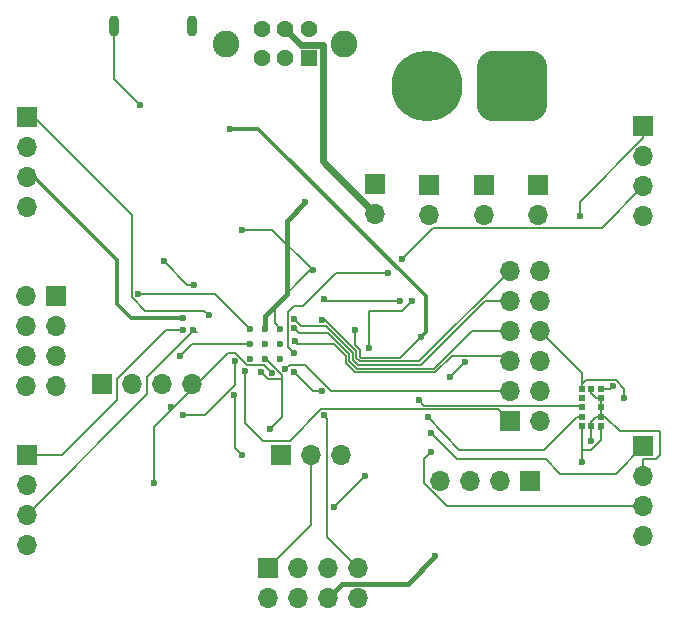
<source format=gbr>
%TF.GenerationSoftware,KiCad,Pcbnew,7.0.1*%
%TF.CreationDate,2023-05-22T19:39:57-04:00*%
%TF.ProjectId,Drone_PCB,44726f6e-655f-4504-9342-2e6b69636164,rev?*%
%TF.SameCoordinates,Original*%
%TF.FileFunction,Copper,L2,Bot*%
%TF.FilePolarity,Positive*%
%FSLAX46Y46*%
G04 Gerber Fmt 4.6, Leading zero omitted, Abs format (unit mm)*
G04 Created by KiCad (PCBNEW 7.0.1) date 2023-05-22 19:39:57*
%MOMM*%
%LPD*%
G01*
G04 APERTURE LIST*
G04 Aperture macros list*
%AMRoundRect*
0 Rectangle with rounded corners*
0 $1 Rounding radius*
0 $2 $3 $4 $5 $6 $7 $8 $9 X,Y pos of 4 corners*
0 Add a 4 corners polygon primitive as box body*
4,1,4,$2,$3,$4,$5,$6,$7,$8,$9,$2,$3,0*
0 Add four circle primitives for the rounded corners*
1,1,$1+$1,$2,$3*
1,1,$1+$1,$4,$5*
1,1,$1+$1,$6,$7*
1,1,$1+$1,$8,$9*
0 Add four rect primitives between the rounded corners*
20,1,$1+$1,$2,$3,$4,$5,0*
20,1,$1+$1,$4,$5,$6,$7,0*
20,1,$1+$1,$6,$7,$8,$9,0*
20,1,$1+$1,$8,$9,$2,$3,0*%
%AMFreePoly0*
4,1,17,0.253536,0.253536,0.255000,0.250000,0.255000,0.005000,0.330000,0.005000,0.333536,0.003536,0.335000,0.000000,0.335000,-0.250000,0.333536,-0.253536,0.330000,-0.255000,-0.250000,-0.255000,-0.253536,-0.253536,-0.255000,-0.250000,-0.255000,0.250000,-0.253536,0.253536,-0.250000,0.255000,0.250000,0.255000,0.253536,0.253536,0.253536,0.253536,$1*%
G04 Aperture macros list end*
%TA.AperFunction,ComponentPad*%
%ADD10RoundRect,1.500000X1.500000X1.500000X-1.500000X1.500000X-1.500000X-1.500000X1.500000X-1.500000X0*%
%TD*%
%TA.AperFunction,ComponentPad*%
%ADD11C,6.000000*%
%TD*%
%TA.AperFunction,ComponentPad*%
%ADD12R,1.438000X1.438000*%
%TD*%
%TA.AperFunction,ComponentPad*%
%ADD13C,1.438000*%
%TD*%
%TA.AperFunction,ComponentPad*%
%ADD14C,2.265000*%
%TD*%
%TA.AperFunction,ComponentPad*%
%ADD15R,1.700000X1.700000*%
%TD*%
%TA.AperFunction,ComponentPad*%
%ADD16O,1.700000X1.700000*%
%TD*%
%TA.AperFunction,ComponentPad*%
%ADD17C,0.600000*%
%TD*%
%TA.AperFunction,ComponentPad*%
%ADD18O,0.900000X1.800000*%
%TD*%
%TA.AperFunction,SMDPad,CuDef*%
%ADD19R,0.500000X0.500000*%
%TD*%
%TA.AperFunction,SMDPad,CuDef*%
%ADD20FreePoly0,270.000000*%
%TD*%
%TA.AperFunction,ViaPad*%
%ADD21C,0.600000*%
%TD*%
%TA.AperFunction,Conductor*%
%ADD22C,0.150000*%
%TD*%
%TA.AperFunction,Conductor*%
%ADD23C,0.300000*%
%TD*%
%TA.AperFunction,Conductor*%
%ADD24C,0.400000*%
%TD*%
%TA.AperFunction,Conductor*%
%ADD25C,0.200000*%
%TD*%
%TA.AperFunction,Conductor*%
%ADD26C,0.600000*%
%TD*%
G04 APERTURE END LIST*
D10*
%TO.P,J13,1,Pin_1*%
%TO.N,Net-(J13-Pin_1)*%
X213295000Y-73393900D03*
D11*
%TO.P,J13,2,Pin_2*%
%TO.N,Net-(J13-Pin_2)*%
X206095000Y-73393900D03*
%TD*%
D12*
%TO.P,S1,1*%
%TO.N,Net-(J13-Pin_1)*%
X196095000Y-71043900D03*
D13*
%TO.P,S1,2*%
%TO.N,GND*%
X194095000Y-71043900D03*
%TO.P,S1,3*%
%TO.N,unconnected-(S1-Pad3)*%
X192095000Y-71043900D03*
%TO.P,S1,4*%
%TO.N,Net-(J13-Pin_2)*%
X196095000Y-68543900D03*
%TO.P,S1,5*%
%TO.N,Net-(J14-Pin_2)*%
X194095000Y-68543900D03*
%TO.P,S1,6*%
%TO.N,unconnected-(S1-Pad6)*%
X192095000Y-68543900D03*
D14*
%TO.P,S1,S1*%
%TO.N,N/C*%
X199095000Y-69793900D03*
%TO.P,S1,S2*%
X189095000Y-69793900D03*
%TD*%
D15*
%TO.P,J11,1*%
%TO.N,/PWM7A*%
X213110000Y-101725000D03*
D16*
%TO.P,J11,2*%
%TO.N,/IMU_AD0*%
X215650000Y-101725000D03*
%TO.P,J11,3*%
%TO.N,/PWM7B*%
X213110000Y-99185000D03*
%TO.P,J11,4*%
%TO.N,/IMU_FSYNC*%
X215650000Y-99185000D03*
%TO.P,J11,5*%
%TO.N,/ADC0{slash}PWM5A*%
X213110000Y-96645000D03*
%TO.P,J11,6*%
%TO.N,/IMU_INT*%
X215650000Y-96645000D03*
%TO.P,J11,7*%
%TO.N,/ADC1{slash}PWM5B*%
X213110000Y-94105000D03*
%TO.P,J11,8*%
%TO.N,/DIST_GPIO*%
X215650000Y-94105000D03*
%TO.P,J11,9*%
%TO.N,/ADC2{slash}PWM6A*%
X213110000Y-91565000D03*
%TO.P,J11,10*%
%TO.N,Net-(J11-Pad10)*%
X215650000Y-91565000D03*
%TO.P,J11,11*%
%TO.N,/ADC3{slash}PWM6B*%
X213110000Y-89025000D03*
%TO.P,J11,12*%
%TO.N,Net-(J11-Pad12)*%
X215650000Y-89025000D03*
%TD*%
D15*
%TO.P,J5,1,Pin_1*%
%TO.N,GND*%
X192600000Y-114200000D03*
D16*
%TO.P,J5,2,Pin_2*%
%TO.N,/WiFi_TX{slash}GPIO1*%
X192600000Y-116740000D03*
%TO.P,J5,3,Pin_3*%
%TO.N,unconnected-(J5-Pin_3-Pad3)*%
X195140000Y-114200000D03*
%TO.P,J5,4,Pin_4*%
%TO.N,Net-(J5-Pin_4)*%
X195140000Y-116740000D03*
%TO.P,J5,5,Pin_5*%
X197680000Y-114200000D03*
%TO.P,J5,6,Pin_6*%
%TO.N,Net-(J5-Pin_6)*%
X197680000Y-116740000D03*
%TO.P,J5,7,Pin_7*%
%TO.N,/WiFi_RX{slash}GPIO3*%
X200220000Y-114200000D03*
%TO.P,J5,8,Pin_8*%
%TO.N,+3V3*%
X200220000Y-116740000D03*
%TD*%
D17*
%TO.P,U1,57,GND*%
%TO.N,GND*%
X191087500Y-93925000D03*
X191087500Y-95200000D03*
X191087500Y-96475000D03*
X192362500Y-93925000D03*
X192362500Y-95200000D03*
X192362500Y-96475000D03*
X193637500Y-93925000D03*
X193637500Y-95200000D03*
X193637500Y-96475000D03*
%TD*%
D15*
%TO.P,J7,1,Pin_1*%
%TO.N,/M2_PWM_A*%
X172200000Y-104600000D03*
D16*
%TO.P,J7,2,Pin_2*%
%TO.N,GND*%
X172200000Y-107140000D03*
%TO.P,J7,3,Pin_3*%
%TO.N,/M2_PWM_B*%
X172200000Y-109680000D03*
%TO.P,J7,4,Pin_4*%
%TO.N,GND*%
X172200000Y-112220000D03*
%TD*%
D15*
%TO.P,J9,1,Pin_1*%
%TO.N,/M4_PWM_A*%
X224400000Y-76800000D03*
D16*
%TO.P,J9,2,Pin_2*%
%TO.N,GND*%
X224400000Y-79340000D03*
%TO.P,J9,3,Pin_3*%
%TO.N,/M4_PWM_B*%
X224400000Y-81880000D03*
%TO.P,J9,4,Pin_4*%
%TO.N,GND*%
X224400000Y-84420000D03*
%TD*%
D15*
%TO.P,J12,1,Pin_1*%
%TO.N,GND*%
X214820000Y-106800000D03*
D16*
%TO.P,J12,2,Pin_2*%
X212280000Y-106800000D03*
%TO.P,J12,3,Pin_3*%
X209740000Y-106800000D03*
%TO.P,J12,4,Pin_4*%
X207200000Y-106800000D03*
%TD*%
D15*
%TO.P,J8,1,Pin_1*%
%TO.N,/M3_PWM_A*%
X224400000Y-103860000D03*
D16*
%TO.P,J8,2,Pin_2*%
%TO.N,GND*%
X224400000Y-106400000D03*
%TO.P,J8,3,Pin_3*%
%TO.N,/M3_PWM_B*%
X224400000Y-108940000D03*
%TO.P,J8,4,Pin_4*%
%TO.N,GND*%
X224400000Y-111480000D03*
%TD*%
D15*
%TO.P,J15,1,Pin_1*%
%TO.N,GND*%
X206295000Y-81793900D03*
D16*
%TO.P,J15,2,Pin_2*%
%TO.N,Net-(J14-Pin_2)*%
X206295000Y-84333900D03*
%TD*%
D15*
%TO.P,J10,1,Pin_1*%
%TO.N,GND*%
X178600000Y-98600000D03*
D16*
%TO.P,J10,2,Pin_2*%
%TO.N,/UART1_TX*%
X181140000Y-98600000D03*
%TO.P,J10,3,Pin_3*%
%TO.N,/UART1_RX*%
X183680000Y-98600000D03*
%TO.P,J10,4,Pin_4*%
%TO.N,+3V3*%
X186220000Y-98600000D03*
%TD*%
D15*
%TO.P,J14,1,Pin_1*%
%TO.N,GND*%
X201720000Y-81683900D03*
D16*
%TO.P,J14,2,Pin_2*%
%TO.N,Net-(J14-Pin_2)*%
X201720000Y-84223900D03*
%TD*%
D15*
%TO.P,J4,1,Pin_1*%
%TO.N,GND*%
X174690000Y-91200000D03*
D16*
%TO.P,J4,2,Pin_2*%
%TO.N,+5V*%
X172150000Y-91200000D03*
%TO.P,J4,3,Pin_3*%
%TO.N,+3V3*%
X174690000Y-93740000D03*
%TO.P,J4,4,Pin_4*%
%TO.N,+1V8*%
X172150000Y-93740000D03*
%TO.P,J4,5,Pin_5*%
%TO.N,/SPI0_RX*%
X174690000Y-96280000D03*
%TO.P,J4,6,Pin_6*%
%TO.N,/SPI0_CSn*%
X172150000Y-96280000D03*
%TO.P,J4,7,Pin_7*%
%TO.N,/SPI0_TX*%
X174690000Y-98820000D03*
%TO.P,J4,8,Pin_8*%
%TO.N,/SPI0_SCK*%
X172150000Y-98820000D03*
%TD*%
D18*
%TO.P,J2,S5,SHIELD*%
%TO.N,GND*%
X186164000Y-68274900D03*
%TO.P,J2,S6,SHIELD*%
X179564000Y-68274900D03*
%TD*%
D15*
%TO.P,J3,1,Pin_1*%
%TO.N,Net-(J3-Pin_1)*%
X193720000Y-104600000D03*
D16*
%TO.P,J3,2,Pin_2*%
%TO.N,GND*%
X196260000Y-104600000D03*
%TO.P,J3,3,Pin_3*%
%TO.N,Net-(J3-Pin_3)*%
X198800000Y-104600000D03*
%TD*%
D15*
%TO.P,J17,1,Pin_1*%
%TO.N,GND*%
X215495000Y-81793900D03*
D16*
%TO.P,J17,2,Pin_2*%
%TO.N,Net-(J14-Pin_2)*%
X215495000Y-84333900D03*
%TD*%
D15*
%TO.P,J16,1,Pin_1*%
%TO.N,GND*%
X210895000Y-81793900D03*
D16*
%TO.P,J16,2,Pin_2*%
%TO.N,Net-(J14-Pin_2)*%
X210895000Y-84333900D03*
%TD*%
D15*
%TO.P,J6,1,Pin_1*%
%TO.N,/M1_PWM_A*%
X172200000Y-76000000D03*
D16*
%TO.P,J6,2,Pin_2*%
%TO.N,GND*%
X172200000Y-78540000D03*
%TO.P,J6,3,Pin_3*%
%TO.N,/M1_PWM_B*%
X172200000Y-81080000D03*
%TO.P,J6,4,Pin_4*%
%TO.N,GND*%
X172200000Y-83620000D03*
%TD*%
D19*
%TO.P,U6,12,GND4*%
%TO.N,GND*%
X220000000Y-102200000D03*
%TO.P,U6,11,AVDD*%
%TO.N,+3V3*%
X219200000Y-102200000D03*
%TO.P,U6,10,SCL*%
%TO.N,/DIST_SCL*%
X219200000Y-101400000D03*
%TO.P,U6,9,SDA*%
%TO.N,/DIST_SDA*%
X219200000Y-100600000D03*
%TO.P,U6,8,DNC*%
%TO.N,unconnected-(U6-DNC-Pad8)*%
X219200000Y-99800000D03*
%TO.P,U6,7,GPIO1*%
%TO.N,/DIST_GPIO*%
X219200000Y-99000000D03*
%TO.P,U6,6,GND3*%
%TO.N,GND*%
X220000000Y-99000000D03*
%TO.P,U6,5,XSHUT*%
%TO.N,Net-(U6-XSHUT)*%
X220800000Y-99000000D03*
%TO.P,U6,4,GND2*%
%TO.N,GND*%
X220800000Y-99800000D03*
%TO.P,U6,3,GND*%
X220800000Y-100600000D03*
%TO.P,U6,2,AVSSVCSEL*%
X220800000Y-101400000D03*
D20*
%TO.P,U6,1,AVDDVCSEL*%
%TO.N,+3V3*%
X220800000Y-102200000D03*
%TD*%
D21*
%TO.N,/M4_PWM_A*%
X219000000Y-84400000D03*
X204800000Y-91600000D03*
X201200000Y-95600000D03*
%TO.N,/M4_PWM_B*%
X194800000Y-96000000D03*
X202800000Y-89200000D03*
X204000000Y-88000000D03*
%TO.N,/M3_PWM_B*%
X206400000Y-104400000D03*
%TO.N,/M3_PWM_A*%
X206400000Y-102800000D03*
%TO.N,/DIST_SDA*%
X205400000Y-100000000D03*
%TO.N,/DIST_SCL*%
X206200000Y-101400000D03*
%TO.N,+3V3*%
X219200000Y-105200000D03*
%TO.N,GND*%
X220000000Y-103400000D03*
%TO.N,/DIST_GPIO*%
X222800000Y-99800000D03*
%TO.N,Net-(U6-XSHUT)*%
X221800000Y-98800000D03*
%TO.N,GND*%
X181800000Y-75000000D03*
%TO.N,+3V3*%
X184400000Y-100600000D03*
%TO.N,GND*%
X192800000Y-102400000D03*
X208000000Y-98000000D03*
X195800000Y-83200000D03*
X209270878Y-96729122D03*
X196400000Y-89000000D03*
X181600000Y-91000000D03*
X190400000Y-85600000D03*
X192000000Y-97600000D03*
X185200000Y-96200000D03*
%TO.N,/SPI1_CSn*%
X185400000Y-101200000D03*
X189810932Y-96682651D03*
%TO.N,/QSPI_SD1*%
X183800000Y-88200000D03*
X186400000Y-90200000D03*
%TO.N,Net-(U1-XIN)*%
X190400000Y-104600000D03*
X189718375Y-99524500D03*
%TO.N,+1V8*%
X189400000Y-77000000D03*
X205600000Y-94600000D03*
X200000000Y-94000000D03*
%TO.N,/WiFi_TX{slash}GPIO1*%
X200800000Y-106400000D03*
X198200000Y-109000000D03*
%TO.N,/M1_PWM_A*%
X187600000Y-92800000D03*
%TO.N,/M1_PWM_B*%
X185400000Y-93000000D03*
%TO.N,/M2_PWM_A*%
X185400000Y-94000000D03*
%TO.N,/M2_PWM_B*%
X186270878Y-93999500D03*
%TO.N,/WiFi_RX{slash}GPIO3*%
X197327496Y-101272504D03*
%TO.N,/PWM7A*%
X190687000Y-97491526D03*
%TO.N,Net-(U1-RUN)*%
X197200000Y-99200000D03*
X194800000Y-97600000D03*
%TO.N,/PWM7B*%
X194088959Y-97362986D03*
%TO.N,/ADC0{slash}PWM5A*%
X194913000Y-95000000D03*
%TO.N,/ADC1{slash}PWM5B*%
X194859715Y-93869512D03*
%TO.N,/ADC2{slash}PWM6A*%
X194827167Y-93095207D03*
%TO.N,/ADC3{slash}PWM6B*%
X197200000Y-93200000D03*
%TO.N,+3V3*%
X183000000Y-107000000D03*
X203800000Y-91600000D03*
X197400000Y-91400000D03*
X192953520Y-97695276D03*
%TO.N,Net-(J5-Pin_6)*%
X206800000Y-113200000D03*
%TD*%
D22*
%TO.N,/M4_PWM_A*%
X219000000Y-84400000D02*
X219000000Y-83219720D01*
X219000000Y-83219720D02*
X224400000Y-77819720D01*
X224400000Y-77819720D02*
X224400000Y-76800000D01*
X204000000Y-92400000D02*
X204800000Y-91600000D01*
X201200000Y-92400000D02*
X204000000Y-92400000D01*
X201200000Y-95600000D02*
X201200000Y-92400000D01*
D23*
%TO.N,+1V8*%
X205600000Y-94600000D02*
X206000000Y-94200000D01*
X206000000Y-91200000D02*
X191800000Y-77000000D01*
X206000000Y-94200000D02*
X206000000Y-91200000D01*
X191800000Y-77000000D02*
X189400000Y-77000000D01*
D22*
X200000000Y-94000000D02*
X200000000Y-95302944D01*
X200000000Y-95302944D02*
X200400000Y-95702944D01*
X200400000Y-95702944D02*
X200400000Y-96302944D01*
X200400000Y-96302944D02*
X200497056Y-96400000D01*
X200497056Y-96400000D02*
X203800000Y-96400000D01*
X203800000Y-96400000D02*
X205600000Y-94600000D01*
%TO.N,/ADC3{slash}PWM6B*%
X197200000Y-93200000D02*
X197472792Y-93200000D01*
X197472792Y-93200000D02*
X200100000Y-95827208D01*
X200100000Y-95827208D02*
X200100000Y-96427208D01*
X205435000Y-96700000D02*
X213110000Y-89025000D01*
X200100000Y-96427208D02*
X200372792Y-96700000D01*
X200372792Y-96700000D02*
X205435000Y-96700000D01*
%TO.N,/ADC2{slash}PWM6A*%
X194827167Y-93095207D02*
X195456960Y-93725000D01*
X195456960Y-93725000D02*
X197573528Y-93725000D01*
X197573528Y-93725000D02*
X199800000Y-95951472D01*
X199800000Y-95951472D02*
X199800000Y-96551472D01*
X199800000Y-96551472D02*
X200248528Y-97000000D01*
X200248528Y-97000000D02*
X205559264Y-97000000D01*
X205559264Y-97000000D02*
X210994264Y-91565000D01*
X210994264Y-91565000D02*
X213110000Y-91565000D01*
%TO.N,/ADC1{slash}PWM5B*%
X194859715Y-93869512D02*
X195288856Y-94298653D01*
X195288856Y-94298653D02*
X197722917Y-94298653D01*
X199500000Y-96075736D02*
X199500000Y-96675736D01*
X197722917Y-94298653D02*
X199500000Y-96075736D01*
X199500000Y-96675736D02*
X200124264Y-97300000D01*
X206675736Y-97300000D02*
X209870736Y-94105000D01*
X200124264Y-97300000D02*
X206675736Y-97300000D01*
X209870736Y-94105000D02*
X213110000Y-94105000D01*
%TO.N,/ADC0{slash}PWM5A*%
X194913000Y-95000000D02*
X195113000Y-95200000D01*
X200000000Y-97600000D02*
X206800000Y-97600000D01*
X195113000Y-95200000D02*
X198200000Y-95200000D01*
X199200000Y-96800000D02*
X200000000Y-97600000D01*
X198200000Y-95200000D02*
X199200000Y-96200000D01*
X199200000Y-96200000D02*
X199200000Y-96800000D01*
X212665000Y-96200000D02*
X213110000Y-96645000D01*
X206800000Y-97600000D02*
X208200000Y-96200000D01*
X208200000Y-96200000D02*
X212665000Y-96200000D01*
%TO.N,/M4_PWM_B*%
X194302167Y-95502167D02*
X194800000Y-96000000D01*
X194302167Y-92497833D02*
X194302167Y-95502167D01*
X194800000Y-92000000D02*
X194302167Y-92497833D01*
X194800000Y-92000000D02*
X195600000Y-92000000D01*
X195600000Y-92000000D02*
X198400000Y-89200000D01*
X198400000Y-89200000D02*
X202800000Y-89200000D01*
%TO.N,GND*%
X196400000Y-89000000D02*
X196200000Y-89000000D01*
X196200000Y-89000000D02*
X193200000Y-92000000D01*
X193200000Y-92000000D02*
X193200000Y-93487500D01*
X193200000Y-93487500D02*
X193637500Y-93925000D01*
D24*
X195800000Y-83200000D02*
X194200000Y-84800000D01*
X194200000Y-84800000D02*
X194200000Y-91000000D01*
X194200000Y-91000000D02*
X192362500Y-92837500D01*
X192362500Y-92837500D02*
X192362500Y-93925000D01*
D22*
%TO.N,/M4_PWM_B*%
X206591100Y-85408900D02*
X204000000Y-88000000D01*
X220871100Y-85408900D02*
X206591100Y-85408900D01*
X224400000Y-81880000D02*
X220871100Y-85408900D01*
%TO.N,/M3_PWM_B*%
X205875000Y-104925000D02*
X206400000Y-104400000D01*
X205875000Y-106995280D02*
X205875000Y-104925000D01*
X207819720Y-108940000D02*
X205875000Y-106995280D01*
X224400000Y-108940000D02*
X207819720Y-108940000D01*
%TO.N,/M3_PWM_A*%
X224400000Y-103860000D02*
X222060000Y-106200000D01*
X217345000Y-106200000D02*
X216145000Y-105000000D01*
X222060000Y-106200000D02*
X217345000Y-106200000D01*
X216145000Y-105000000D02*
X208600000Y-105000000D01*
X208600000Y-105000000D02*
X206400000Y-102800000D01*
%TO.N,GND*%
X220800000Y-101400000D02*
X221200000Y-101400000D01*
X221200000Y-101400000D02*
X222400000Y-102600000D01*
X222400000Y-102600000D02*
X225800000Y-102600000D01*
X225800000Y-102600000D02*
X225800000Y-104610000D01*
X225800000Y-104610000D02*
X225475000Y-104935000D01*
X225475000Y-104935000D02*
X224400000Y-104935000D01*
X224400000Y-104935000D02*
X224400000Y-106400000D01*
%TO.N,/DIST_SDA*%
X205847504Y-100447504D02*
X205400000Y-100000000D01*
X219047504Y-100447504D02*
X205847504Y-100447504D01*
X219200000Y-100600000D02*
X219047504Y-100447504D01*
%TO.N,/DIST_SCL*%
X206200000Y-101400000D02*
X206200000Y-101600000D01*
X208800000Y-104200000D02*
X206200000Y-101400000D01*
X215400000Y-104200000D02*
X208800000Y-104200000D01*
X219200000Y-101400000D02*
X218800000Y-101400000D01*
X218800000Y-101400000D02*
X216000000Y-104200000D01*
X216000000Y-104200000D02*
X215400000Y-104200000D01*
%TO.N,+3V3*%
X219200000Y-102200000D02*
X219200000Y-104200000D01*
X219200000Y-104200000D02*
X219200000Y-105200000D01*
X219942463Y-104200000D02*
X219200000Y-104200000D01*
X220800000Y-102200000D02*
X220800000Y-103342463D01*
X220800000Y-103342463D02*
X219942463Y-104200000D01*
%TO.N,GND*%
X220000000Y-102200000D02*
X220000000Y-103400000D01*
%TO.N,/DIST_GPIO*%
X222800000Y-99800000D02*
X222800000Y-99600000D01*
X219525000Y-98275000D02*
X222075000Y-98275000D01*
X222800000Y-99000000D02*
X222800000Y-99800000D01*
X222075000Y-98275000D02*
X222800000Y-99000000D01*
X219200000Y-98600000D02*
X219525000Y-98275000D01*
X219200000Y-99000000D02*
X219200000Y-98600000D01*
X219200000Y-99000000D02*
X219200000Y-97655000D01*
X219200000Y-97655000D02*
X215650000Y-94105000D01*
%TO.N,Net-(U6-XSHUT)*%
X221600000Y-99000000D02*
X221800000Y-98800000D01*
X220800000Y-99000000D02*
X221600000Y-99000000D01*
%TO.N,GND*%
X220800000Y-99800000D02*
X220400000Y-99800000D01*
X220400000Y-99800000D02*
X220000000Y-99400000D01*
X220000000Y-99400000D02*
X220000000Y-99000000D01*
X220800000Y-101400000D02*
X220800000Y-99800000D01*
X220000000Y-102200000D02*
X220000000Y-101800000D01*
X220000000Y-101800000D02*
X220400000Y-101400000D01*
X220400000Y-101400000D02*
X220800000Y-101400000D01*
X179564000Y-68274900D02*
X179564000Y-72764000D01*
X179564000Y-72764000D02*
X181800000Y-75000000D01*
%TO.N,/M2_PWM_A*%
X185400000Y-94000000D02*
X184000000Y-94000000D01*
X184000000Y-94000000D02*
X179800000Y-98200000D01*
X179800000Y-98200000D02*
X179800000Y-99950000D01*
X179800000Y-99950000D02*
X175150000Y-104600000D01*
X175150000Y-104600000D02*
X172200000Y-104600000D01*
%TO.N,GND*%
X181600000Y-91000000D02*
X188162500Y-91000000D01*
X193563959Y-97563959D02*
X192475000Y-96475000D01*
X193800000Y-98200000D02*
X193800000Y-97816490D01*
X186200000Y-95200000D02*
X191087500Y-95200000D01*
X193800000Y-101400000D02*
X193800000Y-98200000D01*
X192475000Y-96475000D02*
X192362500Y-96475000D01*
X185200000Y-96200000D02*
X186200000Y-95200000D01*
X190400000Y-85600000D02*
X193000000Y-85600000D01*
X193000000Y-85600000D02*
X196400000Y-89000000D01*
X193779724Y-98220276D02*
X193800000Y-98200000D01*
X209270878Y-96729122D02*
X208000000Y-98000000D01*
X192620276Y-98220276D02*
X193779724Y-98220276D01*
X188162500Y-91000000D02*
X191087500Y-93925000D01*
X192800000Y-102400000D02*
X193800000Y-101400000D01*
X193563959Y-97580449D02*
X193563959Y-97563959D01*
X192000000Y-97600000D02*
X192620276Y-98220276D01*
X196260000Y-110540000D02*
X192600000Y-114200000D01*
X196260000Y-104600000D02*
X196260000Y-110540000D01*
X193800000Y-97816490D02*
X193563959Y-97580449D01*
%TO.N,/SPI1_CSn*%
X189810932Y-98689480D02*
X187300412Y-101200000D01*
X187300412Y-101200000D02*
X185400000Y-101200000D01*
X189810932Y-96682651D02*
X189810932Y-98689480D01*
%TO.N,/QSPI_SD1*%
X183800000Y-88200000D02*
X185800000Y-90200000D01*
X185800000Y-90200000D02*
X186400000Y-90200000D01*
%TO.N,Net-(U1-XIN)*%
X189800000Y-99606125D02*
X189718375Y-99524500D01*
X189800000Y-104000000D02*
X189800000Y-99606125D01*
X190400000Y-104600000D02*
X189800000Y-104000000D01*
%TO.N,/WiFi_TX{slash}GPIO1*%
X198200000Y-109000000D02*
X200800000Y-106400000D01*
%TO.N,/M1_PWM_A*%
X181075000Y-84275000D02*
X181075000Y-91275000D01*
X181075000Y-91275000D02*
X182200000Y-92400000D01*
X182200000Y-92400000D02*
X187200000Y-92400000D01*
X187200000Y-92400000D02*
X187600000Y-92800000D01*
X172200000Y-75400000D02*
X181075000Y-84275000D01*
D23*
%TO.N,/M1_PWM_B*%
X179800000Y-91800000D02*
X179800000Y-88080000D01*
X181000000Y-93000000D02*
X179800000Y-91800000D01*
X185400000Y-93000000D02*
X181000000Y-93000000D01*
X179800000Y-88080000D02*
X172200000Y-80480000D01*
D22*
%TO.N,/M2_PWM_B*%
X186270878Y-93999500D02*
X186270878Y-94129122D01*
X182400000Y-99480000D02*
X172200000Y-109680000D01*
X186270878Y-93999500D02*
X186471378Y-94200000D01*
X182400000Y-98000000D02*
X182400000Y-99480000D01*
X186471378Y-94200000D02*
X186600000Y-94200000D01*
X186270878Y-94129122D02*
X182400000Y-98000000D01*
%TO.N,/WiFi_RX{slash}GPIO3*%
X197600000Y-101545008D02*
X197600000Y-111580000D01*
X197327496Y-101272504D02*
X197600000Y-101545008D01*
X197600000Y-111580000D02*
X200220000Y-114200000D01*
%TO.N,/PWM7A*%
X190687000Y-101887000D02*
X190687000Y-97491526D01*
X194457537Y-103400000D02*
X192200000Y-103400000D01*
X192200000Y-103400000D02*
X190687000Y-101887000D01*
X213110000Y-101725000D02*
X212132504Y-100747504D01*
X212132504Y-100747504D02*
X197110033Y-100747504D01*
X197110033Y-100747504D02*
X194457537Y-103400000D01*
%TO.N,Net-(U1-RUN)*%
X194800000Y-97600000D02*
X196400000Y-99200000D01*
X196400000Y-99200000D02*
X197200000Y-99200000D01*
%TO.N,/PWM7B*%
X194451945Y-97000000D02*
X195742463Y-97000000D01*
X197927463Y-99185000D02*
X213110000Y-99185000D01*
X194088959Y-97362986D02*
X194451945Y-97000000D01*
X195742463Y-97000000D02*
X197927463Y-99185000D01*
%TO.N,+3V3*%
X189220000Y-96000000D02*
X186220000Y-99000000D01*
D25*
X197600000Y-91600000D02*
X197400000Y-91400000D01*
D22*
X189870037Y-96000000D02*
X189220000Y-96000000D01*
X183000000Y-102220000D02*
X186220000Y-99000000D01*
X183000000Y-107000000D02*
X183000000Y-102220000D01*
X192258244Y-97000000D02*
X190870037Y-97000000D01*
X192953520Y-97695276D02*
X192258244Y-97000000D01*
D25*
X203800000Y-91600000D02*
X197600000Y-91600000D01*
D22*
X190870037Y-97000000D02*
X189870037Y-96000000D01*
D26*
%TO.N,Net-(J14-Pin_2)*%
X195426000Y-69874900D02*
X197264000Y-69874900D01*
X197264000Y-69874900D02*
X197264000Y-79767900D01*
X194095000Y-68543900D02*
X195426000Y-69874900D01*
X197264000Y-79767900D02*
X201720000Y-84223900D01*
D24*
%TO.N,Net-(J5-Pin_6)*%
X204460000Y-115540000D02*
X198880000Y-115540000D01*
X206800000Y-113200000D02*
X204460000Y-115540000D01*
X198880000Y-115540000D02*
X197680000Y-116740000D01*
%TD*%
M02*

</source>
